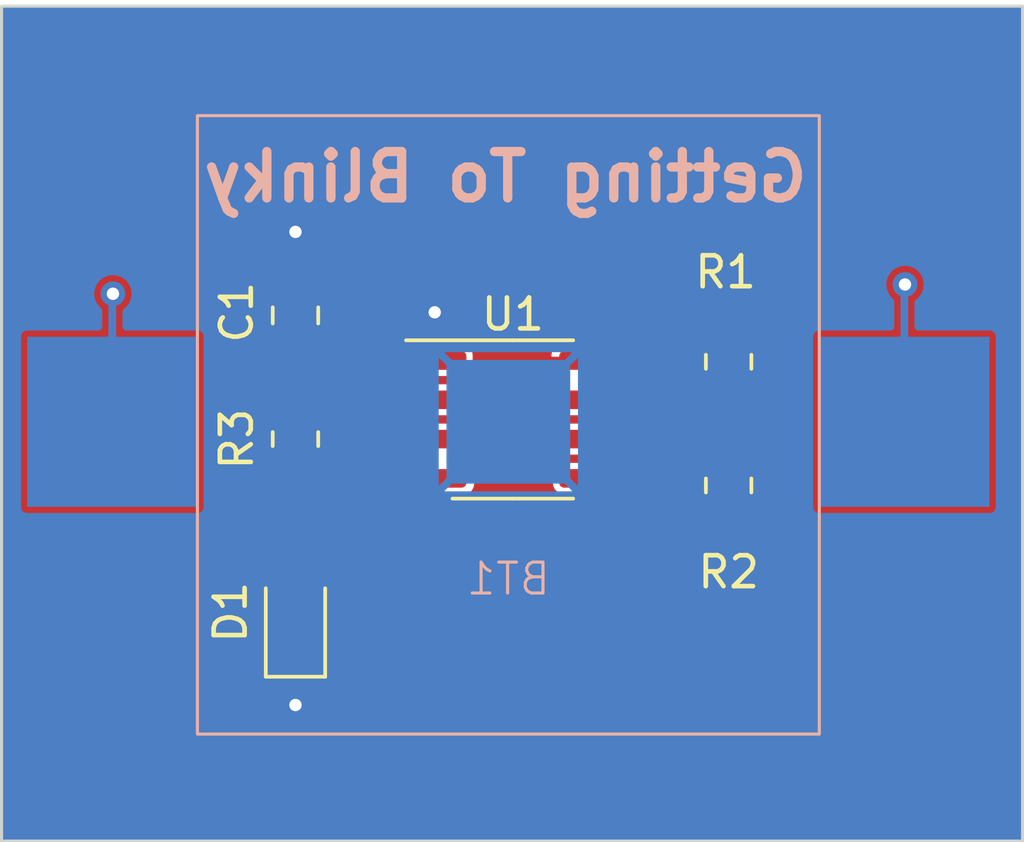
<source format=kicad_pcb>
(kicad_pcb (version 20221018) (generator pcbnew)
  (layers (0 "F.Cu" signal) (31 "B.Cu" signal) (34 "B.Paste" user) (35 "F.Paste" user) (36 "B.SilkS" user "B.Silkscreen") (37 "F.SilkS" user "F.Silkscreen") (38 "B.Mask" user) (39 "F.Mask" user) (44 "Edge.Cuts" user))
  (net 0 "")
  (net 1 "Net-(BT1-+)")
  (net 2 "GND")
  (net 3 "Net-(U1-THR)")
  (net 4 "Net-(D1-A)")
  (net 5 "Net-(U1-DIS)")
  (net 6 "Net-(U1-OUT)")
  (footprint "LED_SMD:LED_0805_2012Metric_Pad1.15x1.40mm_HandSolder" (layer "F.Cu") (at 150.5 97.825 90)
    (fp_text reference "D1" (at 0.225 -2.1 90) (layer "F.SilkS"))
    (fp_text value "LED" hide)
    (fp_line (start -1.86 -0.96) (end -1.86 0.96) (stroke (width 0.12)) (layer "F.SilkS"))
    (fp_line (start -1.86 0.96) (end 1 0.96) (stroke (width 0.12)) (layer "F.SilkS"))
    (fp_line (start 1 -0.96) (end -1.86 -0.96) (stroke (width 0.12)) (layer "F.SilkS"))
    (pad "1" smd roundrect (at -1.025 0 90) (size 1.15 1.4) (layers "F.Cu" "F.Paste" "F.Mask") (roundrect_rratio 0.217391) (net 2 "GND"))
    (pad "2" smd roundrect (at 1.025 0 90) (size 1.15 1.4) (layers "F.Cu" "F.Paste" "F.Mask") (roundrect_rratio 0.217391) (net 4 "Net-(D1-A)"))
  )
  (footprint "Package_SO:SOIC-8_3.9x4.9mm_P1.27mm" (layer "F.Cu") (at 157.525 91.365)
    (fp_text reference "U1" (at 0 -3.4) (layer "F.SilkS"))
    (fp_text value "7555")
    (fp_line (start 0 -2.56) (end -3.45 -2.56) (stroke (width 0.12)) (layer "F.SilkS"))
    (fp_line (start 0 -2.56) (end 1.95 -2.56) (stroke (width 0.12)) (layer "F.SilkS"))
    (fp_line (start 0 2.56) (end -1.95 2.56) (stroke (width 0.12)) (layer "F.SilkS"))
    (fp_line (start 0 2.56) (end 1.95 2.56) (stroke (width 0.12)) (layer "F.SilkS"))
    (pad "1" smd roundrect (at -2.475 -1.905) (size 1.95 0.6) (layers "F.Cu" "F.Paste" "F.Mask") (net 2 "GND"))
    (pad "2" smd roundrect (at -2.475 -0.635) (size 1.95 0.6) (layers "F.Cu" "F.Paste" "F.Mask") (net 3 "Net-(U1-THR)"))
    (pad "3" smd roundrect (at -2.475 0.635) (size 1.95 0.6) (layers "F.Cu" "F.Paste" "F.Mask") (net 6 "Net-(U1-OUT)"))
    (pad "4" smd roundrect (at -2.475 1.905) (size 1.95 0.6) (layers "F.Cu" "F.Paste" "F.Mask") (net 1 "Net-(BT1-+)"))
    (pad "5" smd roundrect (at 2.475 1.905) (size 1.95 0.6) (layers "F.Cu" "F.Paste" "F.Mask"))
    (pad "6" smd roundrect (at 2.475 0.635) (size 1.95 0.6) (layers "F.Cu" "F.Paste" "F.Mask") (net 3 "Net-(U1-THR)"))
    (pad "7" smd roundrect (at 2.475 -0.635) (size 1.95 0.6) (layers "F.Cu" "F.Paste" "F.Mask") (net 5 "Net-(U1-DIS)"))
    (pad "8" smd roundrect (at 2.475 -1.905) (size 1.95 0.6) (layers "F.Cu" "F.Paste" "F.Mask") (net 1 "Net-(BT1-+)"))
  )
  (footprint "Resistor_SMD:R_0805_2012Metric_Pad1.20x1.40mm_HandSolder" (layer "F.Cu") (at 150.5 92 -90)
    (fp_text reference "R3" (at 0 1.9 90) (layer "F.SilkS"))
    (fp_text value "1K" hide)
    (fp_line (start -0.227064 -0.735) (end 0.227064 -0.735) (stroke (width 0.12)) (layer "F.SilkS"))
    (fp_line (start -0.227064 0.735) (end 0.227064 0.735) (stroke (width 0.12)) (layer "F.SilkS"))
    (pad "1" smd roundrect (at -1 0 270) (size 1.2 1.4) (layers "F.Cu" "F.Paste" "F.Mask") (roundrect_rratio 0.208333) (net 6 "Net-(U1-OUT)"))
    (pad "2" smd roundrect (at 1 0 270) (size 1.2 1.4) (layers "F.Cu" "F.Paste" "F.Mask") (roundrect_rratio 0.208333) (net 4 "Net-(D1-A)"))
  )
  (footprint "Resistor_SMD:R_0805_2012Metric_Pad1.20x1.40mm_HandSolder" (layer "F.Cu") (at 164.5 93.5 -90)
    (fp_text reference "R2" (at 2.8 0 -360) (layer "F.SilkS"))
    (fp_text value "470K" hide)
    (fp_line (start -0.227064 -0.735) (end 0.227064 -0.735) (stroke (width 0.12)) (layer "F.SilkS"))
    (fp_line (start -0.227064 0.735) (end 0.227064 0.735) (stroke (width 0.12)) (layer "F.SilkS"))
    (pad "1" smd roundrect (at -1 0 270) (size 1.2 1.4) (layers "F.Cu" "F.Paste" "F.Mask") (roundrect_rratio 0.208333) (net 5 "Net-(U1-DIS)"))
    (pad "2" smd roundrect (at 1 0 270) (size 1.2 1.4) (layers "F.Cu" "F.Paste" "F.Mask") (roundrect_rratio 0.208333) (net 3 "Net-(U1-THR)"))
  )
  (footprint "Resistor_SMD:R_0805_2012Metric_Pad1.20x1.40mm_HandSolder" (layer "F.Cu") (at 164.5 89.5 -90)
    (fp_text reference "R1" (at -2.9 0.1 -360) (layer "F.SilkS"))
    (fp_text value "1K" hide)
    (fp_line (start -0.227064 -0.735) (end 0.227064 -0.735) (stroke (width 0.12)) (layer "F.SilkS"))
    (fp_line (start -0.227064 0.735) (end 0.227064 0.735) (stroke (width 0.12)) (layer "F.SilkS"))
    (pad "1" smd roundrect (at -1 0 270) (size 1.2 1.4) (layers "F.Cu" "F.Paste" "F.Mask") (roundrect_rratio 0.208333) (net 1 "Net-(BT1-+)"))
    (pad "2" smd roundrect (at 1 0 270) (size 1.2 1.4) (layers "F.Cu" "F.Paste" "F.Mask") (roundrect_rratio 0.208333) (net 5 "Net-(U1-DIS)"))
  )
  (footprint "Capacitor_SMD:C_0805_2012Metric_Pad1.18x1.45mm_HandSolder" (layer "F.Cu") (at 150.5 88 90)
    (fp_text reference "C1" (at 0.1 -1.9 270) (layer "F.SilkS"))
    (fp_text value "1U" hide)
    (fp_line (start -0.261252 -0.735) (end 0.261252 -0.735) (stroke (width 0.12)) (layer "F.SilkS"))
    (fp_line (start -0.261252 0.735) (end 0.261252 0.735) (stroke (width 0.12)) (layer "F.SilkS"))
    (pad "1" smd roundrect (at -1.0375 0 90) (size 1.175 1.45) (layers "F.Cu" "F.Paste" "F.Mask") (roundrect_rratio 0.212766) (net 3 "Net-(U1-THR)"))
    (pad "2" smd roundrect (at 1.0375 0 90) (size 1.175 1.45) (layers "F.Cu" "F.Paste" "F.Mask") (roundrect_rratio 0.212766) (net 2 "GND"))
  )
  (footprint "GettingToBlinkyFootprint:S8211-46R" (layer "B.Cu") (at 157.38 91.44)
    (fp_text reference "BT1" (at 0 5.08 unlocked) (layer "B.SilkS") (effects (font (thickness 0.1)) (justify mirror)))
    (fp_text value "CR2032")
    (fp_rect (start -10.05 10.1) (end 10.05 -9.9) (stroke (width 0.1)) (fill none) (layer "B.SilkS"))
    (pad "1" smd rect (at -12.8 0) (size 5.5 5.5) (layers "B.Cu" "B.Paste" "B.Mask") (net 1 "Net-(BT1-+)"))
    (pad "1" smd rect (at 12.8 0) (size 5.5 5.5) (layers "B.Cu" "B.Paste" "B.Mask") (net 1 "Net-(BT1-+)"))
    (pad "2" smd rect (at 0 0) (size 4 4) (layers "B.Cu" "B.Paste" "B.Mask") (net 2 "GND"))
  )
  (gr_rect (start 141 78) (end 174 105) (stroke (width 0.1)) (fill none) (layer "Edge.Cuts"))
  (gr_text "Getting To Blinky" (at 167.2 84.4) (layer "B.SilkS") (effects (font (size 1.5 1.5) (thickness 0.3) bold) (justify left bottom mirror)))
  (segment (start 161.14 89.46) (end 160 89.46) (width 0.25) (layer "F.Cu") (net 1))
  (segment (start 164.5 88.5) (end 162.1 88.5) (width 0.25) (layer "F.Cu") (net 1))
  (segment (start 162.1 88.5) (end 161.14 89.46) (width 0.25) (layer "F.Cu") (net 1))
  (via (at 170.2 87) (size 0.8) (drill 0.4) (layers "F.Cu" "B.Cu") (net 1))
  (via (at 144.6 87.3) (size 0.8) (drill 0.4) (layers "F.Cu" "B.Cu") (net 1))
  (segment (start 144.58 87.32) (end 144.6 87.3) (width 0.25) (layer "B.Cu") (net 1))
  (segment (start 170.18 91.44) (end 170.18 87.02) (width 0.25) (layer "B.Cu") (net 1))
  (segment (start 144.58 91.44) (end 144.58 87.32) (width 0.25) (layer "B.Cu") (net 1))
  (segment (start 170.18 87.02) (end 170.2 87) (width 0.25) (layer "B.Cu") (net 1))
  (segment (start 150.5 86.9625) (end 150.5 85.3) (width 0.25) (layer "F.Cu") (net 2))
  (segment (start 150.5 98.85) (end 150.5 100.6) (width 0.25) (layer "F.Cu") (net 2))
  (segment (start 155 87.9) (end 155 89.41) (width 0.25) (layer "F.Cu") (net 2))
  (segment (start 155 89.41) (end 155.05 89.46) (width 0.25) (layer "F.Cu") (net 2))
  (via (at 150.5 100.6) (size 0.8) (drill 0.4) (layers "F.Cu" "B.Cu") (net 2))
  (via (at 150.5 85.3) (size 0.8) (drill 0.4) (layers "F.Cu" "B.Cu") (net 2))
  (via (at 155 87.9) (size 0.8) (drill 0.4) (layers "F.Cu" "B.Cu") (net 2))
  (segment (start 150.5625 89.1) (end 152.2 89.1) (width 0.25) (layer "F.Cu") (net 3))
  (segment (start 163.9 94.5) (end 161.4 92) (width 0.25) (layer "F.Cu") (net 3))
  (segment (start 155.12 90.8) (end 155.05 90.73) (width 0.25) (layer "F.Cu") (net 3))
  (segment (start 152.2 89.1) (end 152.25 89.15) (width 0.25) (layer "F.Cu") (net 3))
  (segment (start 161.4 92) (end 160 92) (width 0.25) (layer "F.Cu") (net 3))
  (segment (start 152.25 89.15) (end 153.83 90.73) (width 0.25) (layer "F.Cu") (net 3))
  (segment (start 150.5 89.0375) (end 150.5625 89.1) (width 0.25) (layer "F.Cu") (net 3))
  (segment (start 156.8 90.8) (end 155.12 90.8) (width 0.25) (layer "F.Cu") (net 3))
  (segment (start 164.5 94.5) (end 163.9 94.5) (width 0.25) (layer "F.Cu") (net 3))
  (segment (start 158 92) (end 156.8 90.8) (width 0.25) (layer "F.Cu") (net 3))
  (segment (start 153.83 90.73) (end 155.05 90.73) (width 0.25) (layer "F.Cu") (net 3))
  (segment (start 160 92) (end 158 92) (width 0.25) (layer "F.Cu") (net 3))
  (segment (start 150.5 93) (end 150.5 96.8) (width 0.25) (layer "F.Cu") (net 4))
  (segment (start 164.27 90.73) (end 160 90.73) (width 0.25) (layer "F.Cu") (net 5))
  (segment (start 164.5 90.5) (end 164.5 92.5) (width 0.25) (layer "F.Cu") (net 5))
  (segment (start 164.5 90.5) (end 164.27 90.73) (width 0.25) (layer "F.Cu") (net 5))
  (segment (start 150.5 91) (end 152.3 91) (width 0.25) (layer "F.Cu") (net 6))
  (segment (start 153.3 92) (end 155.05 92) (width 0.25) (layer "F.Cu") (net 6))
  (segment (start 152.3 91) (end 153.3 92) (width 0.25) (layer "F.Cu") (net 6))
  (zone (net 1) (net_name "Net-(BT1-+)") (layer "F.Cu") (connect_pads (clearance 0)) (min_thickness 0.25) (fill yes (thermal_gap 0.25) (thermal_bridge_width 0.25))
    (polygon (pts (xy 141 77.8) (xy 174 77.8) (xy 174 104.8) (xy 141 104.8)))
  )
  (zone (net 2) (net_name "GND") (layer "B.Cu") (connect_pads (clearance 0)) (min_thickness 0.25) (fill yes (thermal_gap 0.25) (thermal_bridge_width 0.25))
    (polygon (pts (xy 141 78) (xy 174 78) (xy 174 105) (xy 141 105)))
  )
)
</source>
